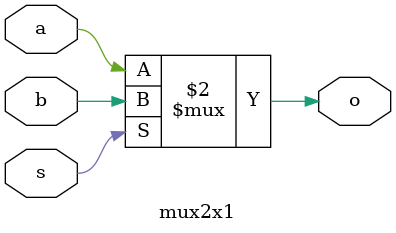
<source format=v>
`timescale 1ns / 1ps


module mux2x1(a,b,s,o);
input a,b,s;
output o;
assign o=(s==1)?b:a;
endmodule

</source>
